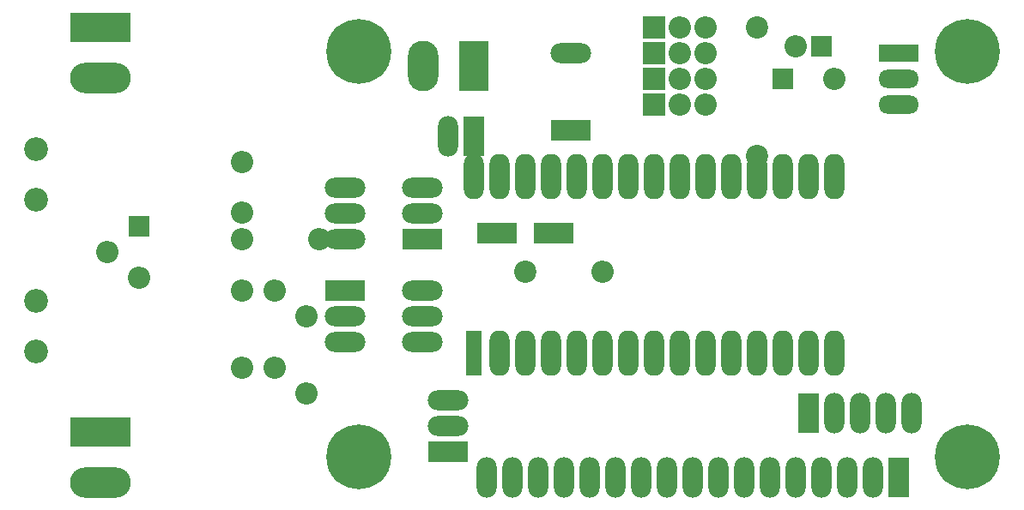
<source format=gbr>
G04 #@! TF.FileFunction,Copper,L1,Top,Signal*
%FSLAX46Y46*%
G04 Gerber Fmt 4.6, Leading zero omitted, Abs format (unit mm)*
G04 Created by KiCad (PCBNEW 4.0.7-e2-6376~58~ubuntu16.04.1) date Mon Aug 28 16:01:14 2017*
%MOMM*%
%LPD*%
G01*
G04 APERTURE LIST*
%ADD10C,0.100000*%
%ADD11R,2.000000X4.000000*%
%ADD12O,2.000000X4.000000*%
%ADD13R,4.000000X1.800000*%
%ADD14O,4.000000X1.800000*%
%ADD15R,6.000000X3.000000*%
%ADD16O,6.000000X3.000000*%
%ADD17R,3.000000X5.000000*%
%ADD18O,3.000000X5.000000*%
%ADD19R,4.000000X2.000000*%
%ADD20O,4.000000X2.000000*%
%ADD21R,2.000000X2.000000*%
%ADD22O,2.200000X2.200000*%
%ADD23R,2.200000X2.200000*%
%ADD24C,6.400000*%
%ADD25C,0.600000*%
%ADD26C,2.200000*%
%ADD27R,1.574800X4.500000*%
%ADD28O,2.000000X4.500000*%
%ADD29C,2.350000*%
G04 APERTURE END LIST*
D10*
D11*
X180865000Y-108690000D03*
D12*
X183405000Y-108690000D03*
X185945000Y-108690000D03*
X188485000Y-108690000D03*
X191025000Y-108690000D03*
D13*
X189755000Y-73130000D03*
D14*
X189755000Y-75670000D03*
X189755000Y-78210000D03*
D15*
X111013820Y-110579260D03*
D16*
X111013820Y-115579260D03*
D15*
X111013820Y-70574260D03*
D16*
X111013820Y-75574260D03*
D17*
X147845000Y-74400000D03*
D18*
X142845000Y-74400000D03*
D19*
X157370000Y-80750000D03*
D20*
X157370000Y-73150000D03*
D11*
X147845000Y-81385000D03*
D12*
X145305000Y-81385000D03*
D11*
X189755000Y-115040000D03*
D12*
X187215000Y-115040000D03*
X184675000Y-115040000D03*
X182135000Y-115040000D03*
X179595000Y-115040000D03*
X177055000Y-115040000D03*
X174515000Y-115040000D03*
X171975000Y-115040000D03*
X169435000Y-115040000D03*
X166895000Y-115040000D03*
X164355000Y-115040000D03*
X161815000Y-115040000D03*
X159275000Y-115040000D03*
X156735000Y-115040000D03*
X154195000Y-115040000D03*
X151655000Y-115040000D03*
X149115000Y-115040000D03*
D21*
X178325000Y-75670000D03*
D22*
X183405000Y-75670000D03*
D23*
X165625000Y-70590000D03*
D22*
X168165000Y-70590000D03*
X170705000Y-70590000D03*
D23*
X165625000Y-78210000D03*
D22*
X168165000Y-78210000D03*
X170705000Y-78210000D03*
D23*
X165625000Y-75670000D03*
D22*
X168165000Y-75670000D03*
X170705000Y-75670000D03*
D23*
X165625000Y-73130000D03*
D22*
X168165000Y-73130000D03*
X170705000Y-73130000D03*
D21*
X182135000Y-72495000D03*
D22*
X179595000Y-72495000D03*
D24*
X196493140Y-112990980D03*
D25*
X198893140Y-112990980D03*
X198190196Y-114688036D03*
X196493140Y-115390980D03*
X194796084Y-114688036D03*
X194093140Y-112990980D03*
X194796084Y-111293924D03*
X196493140Y-110590980D03*
X198190196Y-111293924D03*
D24*
X136493140Y-112990980D03*
D25*
X138893140Y-112990980D03*
X138190196Y-114688036D03*
X136493140Y-115390980D03*
X134796084Y-114688036D03*
X134093140Y-112990980D03*
X134796084Y-111293924D03*
X136493140Y-110590980D03*
X138190196Y-111293924D03*
D19*
X150128140Y-90915980D03*
X155728140Y-90915980D03*
D22*
X124985000Y-96625000D03*
X124985000Y-104245000D03*
D26*
X175785000Y-83290000D03*
X175785000Y-70590000D03*
D22*
X124985000Y-83925000D03*
X124985000Y-88925000D03*
D24*
X136493140Y-72990980D03*
D25*
X138893140Y-72990980D03*
X138190196Y-74688036D03*
X136493140Y-75390980D03*
X134796084Y-74688036D03*
X134093140Y-72990980D03*
X134796084Y-71293924D03*
X136493140Y-70590980D03*
X138190196Y-71293924D03*
D26*
X152928140Y-94725980D03*
D22*
X160548140Y-94725980D03*
X131335000Y-106785000D03*
X131335000Y-99165000D03*
X128160000Y-104245000D03*
X128160000Y-96625000D03*
X124985000Y-91545000D03*
X132605000Y-91545000D03*
D19*
X145305000Y-112500000D03*
D20*
X145305000Y-109960000D03*
X145305000Y-107420000D03*
D24*
X196493140Y-72990980D03*
D25*
X194093140Y-72990980D03*
X194796084Y-71293924D03*
X196493140Y-70590980D03*
X198190196Y-71293924D03*
X198893140Y-72990980D03*
X198190196Y-74688036D03*
X196493140Y-75390980D03*
X194796084Y-74688036D03*
D21*
X114823820Y-90259260D03*
D22*
X111648820Y-92799260D03*
X114823820Y-95339260D03*
D19*
X135145000Y-96625000D03*
D20*
X142765000Y-101705000D03*
X135145000Y-99165000D03*
X142765000Y-99165000D03*
X135145000Y-101705000D03*
X142765000Y-96625000D03*
D19*
X142765000Y-91545000D03*
D20*
X135145000Y-86465000D03*
X142765000Y-89005000D03*
X135145000Y-89005000D03*
X142765000Y-86465000D03*
X135145000Y-91545000D03*
D27*
X147845000Y-102805000D03*
D28*
X150385000Y-102805000D03*
X152925000Y-102805000D03*
X155465000Y-102805000D03*
X158005000Y-102805000D03*
X160545000Y-102805000D03*
X163085000Y-102805000D03*
X165625000Y-102805000D03*
X168165000Y-102805000D03*
X170705000Y-102805000D03*
X173245000Y-102805000D03*
X175785000Y-102805000D03*
X178325000Y-102805000D03*
X180865000Y-102805000D03*
X183405000Y-102805000D03*
X183405000Y-85365000D03*
X180865000Y-85365000D03*
X178325000Y-85365000D03*
X175785000Y-85365000D03*
X173245000Y-85365000D03*
X170705000Y-85365000D03*
X168165000Y-85365000D03*
X165625000Y-85365000D03*
X163085000Y-85365000D03*
X160545000Y-85365000D03*
X158005000Y-85365000D03*
X155465000Y-85365000D03*
X152925000Y-85365000D03*
X150385000Y-85365000D03*
X147845000Y-85365000D03*
D29*
X104663820Y-97639260D03*
X104663820Y-102639260D03*
X104663820Y-87639260D03*
X104663820Y-82639260D03*
M02*

</source>
